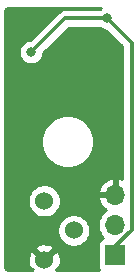
<source format=gbr>
G04 #@! TF.GenerationSoftware,KiCad,Pcbnew,(5.1.5)-3*
G04 #@! TF.CreationDate,2021-01-22T15:10:24+10:30*
G04 #@! TF.ProjectId,HallSingle,48616c6c-5369-46e6-976c-652e6b696361,rev?*
G04 #@! TF.SameCoordinates,Original*
G04 #@! TF.FileFunction,Copper,L2,Bot*
G04 #@! TF.FilePolarity,Positive*
%FSLAX46Y46*%
G04 Gerber Fmt 4.6, Leading zero omitted, Abs format (unit mm)*
G04 Created by KiCad (PCBNEW (5.1.5)-3) date 2021-01-22 15:10:24*
%MOMM*%
%LPD*%
G04 APERTURE LIST*
%ADD10C,1.524000*%
%ADD11O,1.700000X1.700000*%
%ADD12R,1.700000X1.700000*%
%ADD13C,0.800000*%
%ADD14C,0.304800*%
%ADD15C,0.254000*%
G04 APERTURE END LIST*
D10*
X142000000Y-79000000D03*
X144500000Y-76500000D03*
X142000000Y-74000000D03*
D11*
X148000000Y-73500000D03*
X148000000Y-76040000D03*
D12*
X148000000Y-78580000D03*
D13*
X147350000Y-58550000D03*
X142400000Y-63500000D03*
X145250000Y-60500000D03*
X139050000Y-61450000D03*
X140900000Y-61400000D03*
D14*
X148000000Y-73500000D02*
X148000000Y-73600000D01*
X148000000Y-77824290D02*
X149399999Y-76424291D01*
X148000000Y-78580000D02*
X148000000Y-77824290D01*
X149399999Y-60599999D02*
X147350000Y-58550000D01*
X149399999Y-76424291D02*
X149399999Y-60599999D01*
X143750000Y-58550000D02*
X140900000Y-61400000D01*
X147350000Y-58550000D02*
X143750000Y-58550000D01*
D15*
G36*
X146690226Y-57746063D02*
G01*
X146673689Y-57762600D01*
X143788665Y-57762600D01*
X143750000Y-57758792D01*
X143711335Y-57762600D01*
X143711327Y-57762600D01*
X143595643Y-57773994D01*
X143447217Y-57819018D01*
X143310428Y-57892134D01*
X143220570Y-57965878D01*
X143220567Y-57965881D01*
X143190531Y-57990531D01*
X143165881Y-58020567D01*
X140821450Y-60365000D01*
X140798061Y-60365000D01*
X140598102Y-60404774D01*
X140409744Y-60482795D01*
X140240226Y-60596063D01*
X140096063Y-60740226D01*
X139982795Y-60909744D01*
X139904774Y-61098102D01*
X139865000Y-61298061D01*
X139865000Y-61501939D01*
X139904774Y-61701898D01*
X139982795Y-61890256D01*
X140096063Y-62059774D01*
X140240226Y-62203937D01*
X140409744Y-62317205D01*
X140598102Y-62395226D01*
X140798061Y-62435000D01*
X141001939Y-62435000D01*
X141201898Y-62395226D01*
X141390256Y-62317205D01*
X141559774Y-62203937D01*
X141703937Y-62059774D01*
X141817205Y-61890256D01*
X141895226Y-61701898D01*
X141935000Y-61501939D01*
X141935000Y-61478550D01*
X144076152Y-59337400D01*
X146673689Y-59337400D01*
X146690226Y-59353937D01*
X146859744Y-59467205D01*
X147048102Y-59545226D01*
X147248061Y-59585000D01*
X147271450Y-59585000D01*
X148612600Y-60926152D01*
X148612599Y-72149226D01*
X148356891Y-72058519D01*
X148127000Y-72179186D01*
X148127000Y-73373000D01*
X148147000Y-73373000D01*
X148147000Y-73627000D01*
X148127000Y-73627000D01*
X148127000Y-73647000D01*
X147873000Y-73647000D01*
X147873000Y-73627000D01*
X146679845Y-73627000D01*
X146558524Y-73856890D01*
X146603175Y-74004099D01*
X146728359Y-74266920D01*
X146902412Y-74500269D01*
X147118645Y-74695178D01*
X147235534Y-74764805D01*
X147053368Y-74886525D01*
X146846525Y-75093368D01*
X146684010Y-75336589D01*
X146572068Y-75606842D01*
X146515000Y-75893740D01*
X146515000Y-76186260D01*
X146572068Y-76473158D01*
X146684010Y-76743411D01*
X146846525Y-76986632D01*
X146978380Y-77118487D01*
X146905820Y-77140498D01*
X146795506Y-77199463D01*
X146698815Y-77278815D01*
X146619463Y-77375506D01*
X146560498Y-77485820D01*
X146524188Y-77605518D01*
X146511928Y-77730000D01*
X146511928Y-79430000D01*
X146524188Y-79554482D01*
X146560498Y-79674180D01*
X146619463Y-79784494D01*
X146665015Y-79840000D01*
X143019608Y-79840000D01*
X142965567Y-79785959D01*
X143205656Y-79718980D01*
X143322756Y-79469952D01*
X143389023Y-79202865D01*
X143401910Y-78927983D01*
X143360922Y-78655867D01*
X143267636Y-78396977D01*
X143205656Y-78281020D01*
X142965565Y-78214040D01*
X142179605Y-79000000D01*
X142193748Y-79014143D01*
X142014143Y-79193748D01*
X142000000Y-79179605D01*
X141985858Y-79193748D01*
X141806253Y-79014143D01*
X141820395Y-79000000D01*
X141034435Y-78214040D01*
X140794344Y-78281020D01*
X140677244Y-78530048D01*
X140610977Y-78797135D01*
X140598090Y-79072017D01*
X140639078Y-79344133D01*
X140732364Y-79603023D01*
X140794344Y-79718980D01*
X141034433Y-79785959D01*
X140980392Y-79840000D01*
X139032279Y-79840000D01*
X138934576Y-79830420D01*
X138871643Y-79811420D01*
X138813594Y-79780554D01*
X138762657Y-79739011D01*
X138720752Y-79688356D01*
X138689485Y-79630529D01*
X138670044Y-79567728D01*
X138660000Y-79472165D01*
X138660000Y-78034435D01*
X141214040Y-78034435D01*
X142000000Y-78820395D01*
X142785960Y-78034435D01*
X142718980Y-77794344D01*
X142469952Y-77677244D01*
X142202865Y-77610977D01*
X141927983Y-77598090D01*
X141655867Y-77639078D01*
X141396977Y-77732364D01*
X141281020Y-77794344D01*
X141214040Y-78034435D01*
X138660000Y-78034435D01*
X138660000Y-76362408D01*
X143103000Y-76362408D01*
X143103000Y-76637592D01*
X143156686Y-76907490D01*
X143261995Y-77161727D01*
X143414880Y-77390535D01*
X143609465Y-77585120D01*
X143838273Y-77738005D01*
X144092510Y-77843314D01*
X144362408Y-77897000D01*
X144637592Y-77897000D01*
X144907490Y-77843314D01*
X145161727Y-77738005D01*
X145390535Y-77585120D01*
X145585120Y-77390535D01*
X145738005Y-77161727D01*
X145843314Y-76907490D01*
X145897000Y-76637592D01*
X145897000Y-76362408D01*
X145843314Y-76092510D01*
X145738005Y-75838273D01*
X145585120Y-75609465D01*
X145390535Y-75414880D01*
X145161727Y-75261995D01*
X144907490Y-75156686D01*
X144637592Y-75103000D01*
X144362408Y-75103000D01*
X144092510Y-75156686D01*
X143838273Y-75261995D01*
X143609465Y-75414880D01*
X143414880Y-75609465D01*
X143261995Y-75838273D01*
X143156686Y-76092510D01*
X143103000Y-76362408D01*
X138660000Y-76362408D01*
X138660000Y-73862408D01*
X140603000Y-73862408D01*
X140603000Y-74137592D01*
X140656686Y-74407490D01*
X140761995Y-74661727D01*
X140914880Y-74890535D01*
X141109465Y-75085120D01*
X141338273Y-75238005D01*
X141592510Y-75343314D01*
X141862408Y-75397000D01*
X142137592Y-75397000D01*
X142407490Y-75343314D01*
X142661727Y-75238005D01*
X142890535Y-75085120D01*
X143085120Y-74890535D01*
X143238005Y-74661727D01*
X143343314Y-74407490D01*
X143397000Y-74137592D01*
X143397000Y-73862408D01*
X143343314Y-73592510D01*
X143238005Y-73338273D01*
X143107601Y-73143110D01*
X146558524Y-73143110D01*
X146679845Y-73373000D01*
X147873000Y-73373000D01*
X147873000Y-72179186D01*
X147643109Y-72058519D01*
X147368748Y-72155843D01*
X147118645Y-72304822D01*
X146902412Y-72499731D01*
X146728359Y-72733080D01*
X146603175Y-72995901D01*
X146558524Y-73143110D01*
X143107601Y-73143110D01*
X143085120Y-73109465D01*
X142890535Y-72914880D01*
X142661727Y-72761995D01*
X142407490Y-72656686D01*
X142137592Y-72603000D01*
X141862408Y-72603000D01*
X141592510Y-72656686D01*
X141338273Y-72761995D01*
X141109465Y-72914880D01*
X140914880Y-73109465D01*
X140761995Y-73338273D01*
X140656686Y-73592510D01*
X140603000Y-73862408D01*
X138660000Y-73862408D01*
X138660000Y-68779872D01*
X141765000Y-68779872D01*
X141765000Y-69220128D01*
X141850890Y-69651925D01*
X142019369Y-70058669D01*
X142263962Y-70424729D01*
X142575271Y-70736038D01*
X142941331Y-70980631D01*
X143348075Y-71149110D01*
X143779872Y-71235000D01*
X144220128Y-71235000D01*
X144651925Y-71149110D01*
X145058669Y-70980631D01*
X145424729Y-70736038D01*
X145736038Y-70424729D01*
X145980631Y-70058669D01*
X146149110Y-69651925D01*
X146235000Y-69220128D01*
X146235000Y-68779872D01*
X146149110Y-68348075D01*
X145980631Y-67941331D01*
X145736038Y-67575271D01*
X145424729Y-67263962D01*
X145058669Y-67019369D01*
X144651925Y-66850890D01*
X144220128Y-66765000D01*
X143779872Y-66765000D01*
X143348075Y-66850890D01*
X142941331Y-67019369D01*
X142575271Y-67263962D01*
X142263962Y-67575271D01*
X142019369Y-67941331D01*
X141850890Y-68348075D01*
X141765000Y-68779872D01*
X138660000Y-68779872D01*
X138660000Y-58032279D01*
X138669580Y-57934576D01*
X138688580Y-57871644D01*
X138719445Y-57813595D01*
X138760989Y-57762657D01*
X138811644Y-57720752D01*
X138869471Y-57689485D01*
X138932272Y-57670044D01*
X139027835Y-57660000D01*
X146819029Y-57660000D01*
X146690226Y-57746063D01*
G37*
X146690226Y-57746063D02*
X146673689Y-57762600D01*
X143788665Y-57762600D01*
X143750000Y-57758792D01*
X143711335Y-57762600D01*
X143711327Y-57762600D01*
X143595643Y-57773994D01*
X143447217Y-57819018D01*
X143310428Y-57892134D01*
X143220570Y-57965878D01*
X143220567Y-57965881D01*
X143190531Y-57990531D01*
X143165881Y-58020567D01*
X140821450Y-60365000D01*
X140798061Y-60365000D01*
X140598102Y-60404774D01*
X140409744Y-60482795D01*
X140240226Y-60596063D01*
X140096063Y-60740226D01*
X139982795Y-60909744D01*
X139904774Y-61098102D01*
X139865000Y-61298061D01*
X139865000Y-61501939D01*
X139904774Y-61701898D01*
X139982795Y-61890256D01*
X140096063Y-62059774D01*
X140240226Y-62203937D01*
X140409744Y-62317205D01*
X140598102Y-62395226D01*
X140798061Y-62435000D01*
X141001939Y-62435000D01*
X141201898Y-62395226D01*
X141390256Y-62317205D01*
X141559774Y-62203937D01*
X141703937Y-62059774D01*
X141817205Y-61890256D01*
X141895226Y-61701898D01*
X141935000Y-61501939D01*
X141935000Y-61478550D01*
X144076152Y-59337400D01*
X146673689Y-59337400D01*
X146690226Y-59353937D01*
X146859744Y-59467205D01*
X147048102Y-59545226D01*
X147248061Y-59585000D01*
X147271450Y-59585000D01*
X148612600Y-60926152D01*
X148612599Y-72149226D01*
X148356891Y-72058519D01*
X148127000Y-72179186D01*
X148127000Y-73373000D01*
X148147000Y-73373000D01*
X148147000Y-73627000D01*
X148127000Y-73627000D01*
X148127000Y-73647000D01*
X147873000Y-73647000D01*
X147873000Y-73627000D01*
X146679845Y-73627000D01*
X146558524Y-73856890D01*
X146603175Y-74004099D01*
X146728359Y-74266920D01*
X146902412Y-74500269D01*
X147118645Y-74695178D01*
X147235534Y-74764805D01*
X147053368Y-74886525D01*
X146846525Y-75093368D01*
X146684010Y-75336589D01*
X146572068Y-75606842D01*
X146515000Y-75893740D01*
X146515000Y-76186260D01*
X146572068Y-76473158D01*
X146684010Y-76743411D01*
X146846525Y-76986632D01*
X146978380Y-77118487D01*
X146905820Y-77140498D01*
X146795506Y-77199463D01*
X146698815Y-77278815D01*
X146619463Y-77375506D01*
X146560498Y-77485820D01*
X146524188Y-77605518D01*
X146511928Y-77730000D01*
X146511928Y-79430000D01*
X146524188Y-79554482D01*
X146560498Y-79674180D01*
X146619463Y-79784494D01*
X146665015Y-79840000D01*
X143019608Y-79840000D01*
X142965567Y-79785959D01*
X143205656Y-79718980D01*
X143322756Y-79469952D01*
X143389023Y-79202865D01*
X143401910Y-78927983D01*
X143360922Y-78655867D01*
X143267636Y-78396977D01*
X143205656Y-78281020D01*
X142965565Y-78214040D01*
X142179605Y-79000000D01*
X142193748Y-79014143D01*
X142014143Y-79193748D01*
X142000000Y-79179605D01*
X141985858Y-79193748D01*
X141806253Y-79014143D01*
X141820395Y-79000000D01*
X141034435Y-78214040D01*
X140794344Y-78281020D01*
X140677244Y-78530048D01*
X140610977Y-78797135D01*
X140598090Y-79072017D01*
X140639078Y-79344133D01*
X140732364Y-79603023D01*
X140794344Y-79718980D01*
X141034433Y-79785959D01*
X140980392Y-79840000D01*
X139032279Y-79840000D01*
X138934576Y-79830420D01*
X138871643Y-79811420D01*
X138813594Y-79780554D01*
X138762657Y-79739011D01*
X138720752Y-79688356D01*
X138689485Y-79630529D01*
X138670044Y-79567728D01*
X138660000Y-79472165D01*
X138660000Y-78034435D01*
X141214040Y-78034435D01*
X142000000Y-78820395D01*
X142785960Y-78034435D01*
X142718980Y-77794344D01*
X142469952Y-77677244D01*
X142202865Y-77610977D01*
X141927983Y-77598090D01*
X141655867Y-77639078D01*
X141396977Y-77732364D01*
X141281020Y-77794344D01*
X141214040Y-78034435D01*
X138660000Y-78034435D01*
X138660000Y-76362408D01*
X143103000Y-76362408D01*
X143103000Y-76637592D01*
X143156686Y-76907490D01*
X143261995Y-77161727D01*
X143414880Y-77390535D01*
X143609465Y-77585120D01*
X143838273Y-77738005D01*
X144092510Y-77843314D01*
X144362408Y-77897000D01*
X144637592Y-77897000D01*
X144907490Y-77843314D01*
X145161727Y-77738005D01*
X145390535Y-77585120D01*
X145585120Y-77390535D01*
X145738005Y-77161727D01*
X145843314Y-76907490D01*
X145897000Y-76637592D01*
X145897000Y-76362408D01*
X145843314Y-76092510D01*
X145738005Y-75838273D01*
X145585120Y-75609465D01*
X145390535Y-75414880D01*
X145161727Y-75261995D01*
X144907490Y-75156686D01*
X144637592Y-75103000D01*
X144362408Y-75103000D01*
X144092510Y-75156686D01*
X143838273Y-75261995D01*
X143609465Y-75414880D01*
X143414880Y-75609465D01*
X143261995Y-75838273D01*
X143156686Y-76092510D01*
X143103000Y-76362408D01*
X138660000Y-76362408D01*
X138660000Y-73862408D01*
X140603000Y-73862408D01*
X140603000Y-74137592D01*
X140656686Y-74407490D01*
X140761995Y-74661727D01*
X140914880Y-74890535D01*
X141109465Y-75085120D01*
X141338273Y-75238005D01*
X141592510Y-75343314D01*
X141862408Y-75397000D01*
X142137592Y-75397000D01*
X142407490Y-75343314D01*
X142661727Y-75238005D01*
X142890535Y-75085120D01*
X143085120Y-74890535D01*
X143238005Y-74661727D01*
X143343314Y-74407490D01*
X143397000Y-74137592D01*
X143397000Y-73862408D01*
X143343314Y-73592510D01*
X143238005Y-73338273D01*
X143107601Y-73143110D01*
X146558524Y-73143110D01*
X146679845Y-73373000D01*
X147873000Y-73373000D01*
X147873000Y-72179186D01*
X147643109Y-72058519D01*
X147368748Y-72155843D01*
X147118645Y-72304822D01*
X146902412Y-72499731D01*
X146728359Y-72733080D01*
X146603175Y-72995901D01*
X146558524Y-73143110D01*
X143107601Y-73143110D01*
X143085120Y-73109465D01*
X142890535Y-72914880D01*
X142661727Y-72761995D01*
X142407490Y-72656686D01*
X142137592Y-72603000D01*
X141862408Y-72603000D01*
X141592510Y-72656686D01*
X141338273Y-72761995D01*
X141109465Y-72914880D01*
X140914880Y-73109465D01*
X140761995Y-73338273D01*
X140656686Y-73592510D01*
X140603000Y-73862408D01*
X138660000Y-73862408D01*
X138660000Y-68779872D01*
X141765000Y-68779872D01*
X141765000Y-69220128D01*
X141850890Y-69651925D01*
X142019369Y-70058669D01*
X142263962Y-70424729D01*
X142575271Y-70736038D01*
X142941331Y-70980631D01*
X143348075Y-71149110D01*
X143779872Y-71235000D01*
X144220128Y-71235000D01*
X144651925Y-71149110D01*
X145058669Y-70980631D01*
X145424729Y-70736038D01*
X145736038Y-70424729D01*
X145980631Y-70058669D01*
X146149110Y-69651925D01*
X146235000Y-69220128D01*
X146235000Y-68779872D01*
X146149110Y-68348075D01*
X145980631Y-67941331D01*
X145736038Y-67575271D01*
X145424729Y-67263962D01*
X145058669Y-67019369D01*
X144651925Y-66850890D01*
X144220128Y-66765000D01*
X143779872Y-66765000D01*
X143348075Y-66850890D01*
X142941331Y-67019369D01*
X142575271Y-67263962D01*
X142263962Y-67575271D01*
X142019369Y-67941331D01*
X141850890Y-68348075D01*
X141765000Y-68779872D01*
X138660000Y-68779872D01*
X138660000Y-58032279D01*
X138669580Y-57934576D01*
X138688580Y-57871644D01*
X138719445Y-57813595D01*
X138760989Y-57762657D01*
X138811644Y-57720752D01*
X138869471Y-57689485D01*
X138932272Y-57670044D01*
X139027835Y-57660000D01*
X146819029Y-57660000D01*
X146690226Y-57746063D01*
M02*

</source>
